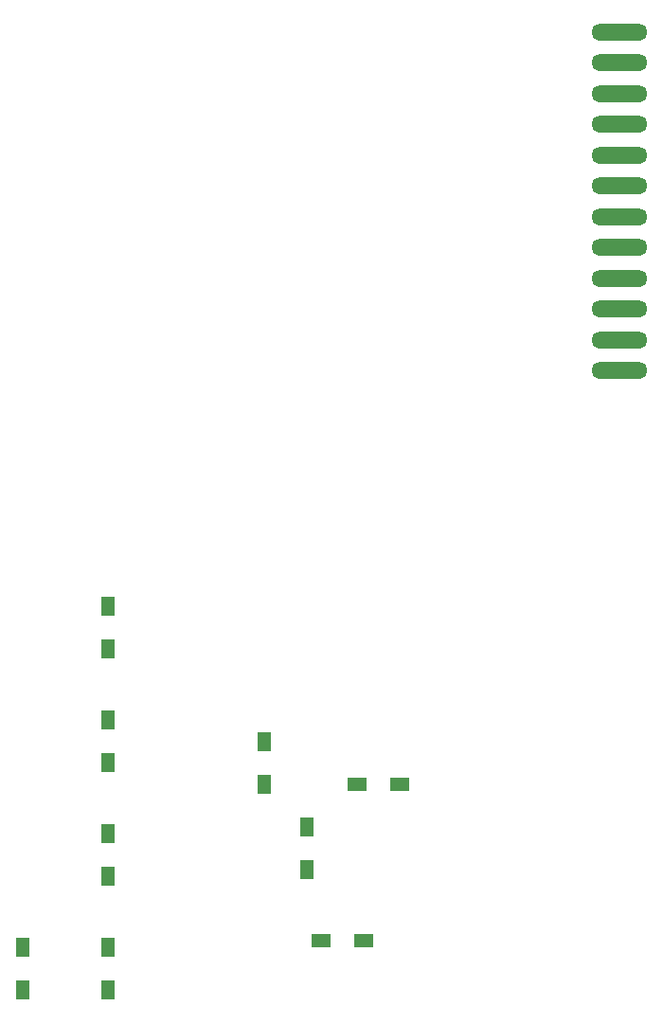
<source format=gbp>
G04*
G04 #@! TF.GenerationSoftware,Altium Limited,Altium Designer,21.1.1 (26)*
G04*
G04 Layer_Color=128*
%FSLAX25Y25*%
%MOIN*%
G70*
G04*
G04 #@! TF.SameCoordinates,6FC1F31B-F578-4013-A3C6-3E9410FEC2B9*
G04*
G04*
G04 #@! TF.FilePolarity,Positive*
G04*
G01*
G75*
%ADD14O,0.19685X0.05906*%
%ADD16R,0.04921X0.06693*%
%ADD55R,0.06693X0.04921*%
D14*
X740000Y724587D02*
D03*
Y713760D02*
D03*
Y702933D02*
D03*
Y692106D02*
D03*
Y681280D02*
D03*
Y670453D02*
D03*
Y659626D02*
D03*
Y648799D02*
D03*
Y637972D02*
D03*
Y627146D02*
D03*
Y616319D02*
D03*
Y605492D02*
D03*
D16*
X630000Y430000D02*
D03*
Y445000D02*
D03*
X615000Y475000D02*
D03*
Y460000D02*
D03*
X560000Y522500D02*
D03*
Y507500D02*
D03*
Y482500D02*
D03*
Y467500D02*
D03*
Y442500D02*
D03*
Y427500D02*
D03*
Y402500D02*
D03*
Y387500D02*
D03*
X530000Y402500D02*
D03*
Y387500D02*
D03*
D55*
X635000Y405000D02*
D03*
X650000D02*
D03*
X647500Y460000D02*
D03*
X662500D02*
D03*
M02*

</source>
